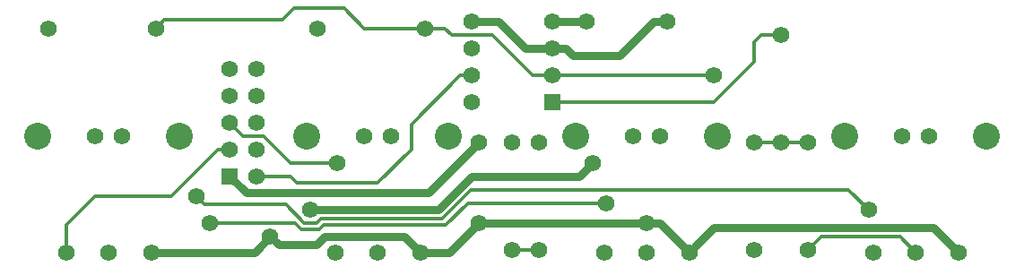
<source format=gbr>
G04 #@! TF.GenerationSoftware,KiCad,Pcbnew,(5.0.1)-3*
G04 #@! TF.CreationDate,2018-11-05T21:38:31-08:00*
G04 #@! TF.ProjectId,500-1138,3530302D313133382E6B696361645F70,rev?*
G04 #@! TF.SameCoordinates,Original*
G04 #@! TF.FileFunction,Copper,L1,Top,Signal*
G04 #@! TF.FilePolarity,Positive*
%FSLAX46Y46*%
G04 Gerber Fmt 4.6, Leading zero omitted, Abs format (unit mm)*
G04 Created by KiCad (PCBNEW (5.0.1)-3) date 11/5/2018 9:38:31 PM*
%MOMM*%
%LPD*%
G01*
G04 APERTURE LIST*
G04 #@! TA.AperFunction,ComponentPad*
%ADD10C,1.574800*%
G04 #@! TD*
G04 #@! TA.AperFunction,ComponentPad*
%ADD11R,1.574800X1.574800*%
G04 #@! TD*
G04 #@! TA.AperFunction,ComponentPad*
%ADD12C,2.540000*%
G04 #@! TD*
G04 #@! TA.AperFunction,ViaPad*
%ADD13C,1.574800*%
G04 #@! TD*
G04 #@! TA.AperFunction,Conductor*
%ADD14C,0.762000*%
G04 #@! TD*
G04 #@! TA.AperFunction,Conductor*
%ADD15C,0.304800*%
G04 #@! TD*
G04 APERTURE END LIST*
D10*
G04 #@! TO.P,R11,2*
G04 #@! TO.N,Net-(P1-Pad2)*
X190500000Y-102235000D03*
G04 #@! TO.P,R11,1*
G04 #@! TO.N,Net-(R10-Pad2)*
X190500000Y-112395000D03*
G04 #@! TD*
G04 #@! TO.P,R7,1*
G04 #@! TO.N,Net-(R3-Pad2)*
X213360000Y-112395000D03*
G04 #@! TO.P,R7,2*
G04 #@! TO.N,Net-(R5-Pad2)*
X213360000Y-102235000D03*
G04 #@! TD*
G04 #@! TO.P,C1,1*
G04 #@! TO.N,/V+*
X187325000Y-102235000D03*
G04 #@! TO.P,C1,2*
G04 #@! TO.N,GND*
X187325000Y-109855000D03*
G04 #@! TD*
D11*
G04 #@! TO.P,P1,1*
G04 #@! TO.N,/V+*
X163830000Y-105410000D03*
D10*
G04 #@! TO.P,P1,2*
G04 #@! TO.N,Net-(P1-Pad2)*
X166370000Y-105410000D03*
G04 #@! TO.P,P1,3*
G04 #@! TO.N,Net-(P1-Pad3)*
X163830000Y-102870000D03*
G04 #@! TO.P,P1,4*
G04 #@! TO.N,GND*
X166370000Y-102870000D03*
G04 #@! TO.P,P1,5*
G04 #@! TO.N,Net-(P1-Pad5)*
X163830000Y-100330000D03*
G04 #@! TO.P,P1,6*
G04 #@! TO.N,GND*
X166370000Y-100330000D03*
G04 #@! TO.P,P1,7*
G04 #@! TO.N,Net-(P1-Pad7)*
X163830000Y-97790000D03*
G04 #@! TO.P,P1,8*
G04 #@! TO.N,GND*
X166370000Y-97790000D03*
G04 #@! TO.P,P1,9*
G04 #@! TO.N,Net-(P1-Pad9)*
X163830000Y-95250000D03*
G04 #@! TO.P,P1,10*
G04 #@! TO.N,/V-*
X166370000Y-95250000D03*
G04 #@! TD*
D12*
G04 #@! TO.P,R1,*
G04 #@! TO.N,*
X145700000Y-101600000D03*
X159100000Y-101600000D03*
D10*
G04 #@! TO.P,R1,4*
G04 #@! TO.N,N/C*
X151130000Y-101600000D03*
G04 #@! TO.P,R1,5*
X153670000Y-101600000D03*
G04 #@! TO.P,R1,2*
G04 #@! TO.N,Net-(R1-Pad2)*
X152400000Y-112600000D03*
G04 #@! TO.P,R1,3*
G04 #@! TO.N,GND*
X156400000Y-112600000D03*
G04 #@! TO.P,R1,1*
G04 #@! TO.N,Net-(P1-Pad3)*
X148400000Y-112600000D03*
G04 #@! TD*
G04 #@! TO.P,R2,1*
G04 #@! TO.N,Net-(P1-Pad5)*
X173800000Y-112600000D03*
G04 #@! TO.P,R2,3*
G04 #@! TO.N,GND*
X181800000Y-112600000D03*
G04 #@! TO.P,R2,2*
G04 #@! TO.N,Net-(R2-Pad2)*
X177800000Y-112600000D03*
G04 #@! TO.P,R2,5*
G04 #@! TO.N,N/C*
X179070000Y-101600000D03*
G04 #@! TO.P,R2,4*
X176530000Y-101600000D03*
D12*
G04 #@! TO.P,R2,*
G04 #@! TO.N,*
X184500000Y-101600000D03*
X171100000Y-101600000D03*
G04 #@! TD*
G04 #@! TO.P,R3,*
G04 #@! TO.N,*
X196500000Y-101600000D03*
X209900000Y-101600000D03*
D10*
G04 #@! TO.P,R3,4*
G04 #@! TO.N,N/C*
X201930000Y-101600000D03*
G04 #@! TO.P,R3,5*
X204470000Y-101600000D03*
G04 #@! TO.P,R3,2*
G04 #@! TO.N,Net-(R3-Pad2)*
X203200000Y-112600000D03*
G04 #@! TO.P,R3,3*
G04 #@! TO.N,GND*
X207200000Y-112600000D03*
G04 #@! TO.P,R3,1*
G04 #@! TO.N,Net-(P1-Pad7)*
X199200000Y-112600000D03*
G04 #@! TD*
G04 #@! TO.P,R4,1*
G04 #@! TO.N,Net-(P1-Pad9)*
X224600000Y-112600000D03*
G04 #@! TO.P,R4,3*
G04 #@! TO.N,GND*
X232600000Y-112600000D03*
G04 #@! TO.P,R4,2*
G04 #@! TO.N,Net-(R4-Pad2)*
X228600000Y-112600000D03*
G04 #@! TO.P,R4,5*
G04 #@! TO.N,N/C*
X229870000Y-101600000D03*
G04 #@! TO.P,R4,4*
X227330000Y-101600000D03*
D12*
G04 #@! TO.P,R4,*
G04 #@! TO.N,*
X235300000Y-101600000D03*
X221900000Y-101600000D03*
G04 #@! TD*
D10*
G04 #@! TO.P,R5,1*
G04 #@! TO.N,Net-(R1-Pad2)*
X146685000Y-91440000D03*
G04 #@! TO.P,R5,2*
G04 #@! TO.N,Net-(R5-Pad2)*
X156845000Y-91440000D03*
G04 #@! TD*
G04 #@! TO.P,R6,2*
G04 #@! TO.N,Net-(R5-Pad2)*
X182245000Y-91440000D03*
G04 #@! TO.P,R6,1*
G04 #@! TO.N,Net-(R2-Pad2)*
X172085000Y-91440000D03*
G04 #@! TD*
G04 #@! TO.P,R8,2*
G04 #@! TO.N,Net-(R5-Pad2)*
X218440000Y-102235000D03*
G04 #@! TO.P,R8,1*
G04 #@! TO.N,Net-(R4-Pad2)*
X218440000Y-112395000D03*
G04 #@! TD*
G04 #@! TO.P,R9,1*
G04 #@! TO.N,Net-(R5-Pad2)*
X215900000Y-102235000D03*
G04 #@! TO.P,R9,2*
G04 #@! TO.N,Net-(R10-Pad1)*
X215900000Y-92075000D03*
G04 #@! TD*
G04 #@! TO.P,R10,1*
G04 #@! TO.N,Net-(R10-Pad1)*
X193040000Y-102235000D03*
G04 #@! TO.P,R10,2*
G04 #@! TO.N,Net-(R10-Pad2)*
X193040000Y-112395000D03*
G04 #@! TD*
D11*
G04 #@! TO.P,U1,1*
G04 #@! TO.N,Net-(R10-Pad1)*
X194310000Y-98425000D03*
D10*
G04 #@! TO.P,U1,2*
G04 #@! TO.N,Net-(R5-Pad2)*
X194310000Y-95885000D03*
G04 #@! TO.P,U1,3*
G04 #@! TO.N,GND*
X194310000Y-93345000D03*
G04 #@! TO.P,U1,4*
G04 #@! TO.N,/V-*
X194310000Y-90805000D03*
G04 #@! TO.P,U1,5*
G04 #@! TO.N,GND*
X186690000Y-90805000D03*
G04 #@! TO.P,U1,6*
G04 #@! TO.N,Net-(R10-Pad2)*
X186690000Y-93345000D03*
G04 #@! TO.P,U1,7*
G04 #@! TO.N,Net-(P1-Pad2)*
X186690000Y-95885000D03*
G04 #@! TO.P,U1,8*
G04 #@! TO.N,/V+*
X186690000Y-98425000D03*
G04 #@! TD*
G04 #@! TO.P,C2,1*
G04 #@! TO.N,/V-*
X197485000Y-90805000D03*
G04 #@! TO.P,C2,2*
G04 #@! TO.N,GND*
X205105000Y-90805000D03*
G04 #@! TD*
D13*
G04 #@! TO.N,GND*
X167640000Y-111125000D03*
X203200000Y-109855000D03*
G04 #@! TO.N,Net-(P1-Pad5)*
X173990000Y-104140000D03*
G04 #@! TO.N,Net-(P1-Pad7)*
X199390000Y-107950000D03*
X161925000Y-109855000D03*
G04 #@! TO.N,Net-(P1-Pad9)*
X224155000Y-108585000D03*
X160655000Y-107315000D03*
G04 #@! TO.N,Net-(R5-Pad2)*
X209550000Y-95885000D03*
G04 #@! TO.N,/V-*
X171450000Y-108585000D03*
X198120000Y-104140000D03*
G04 #@! TD*
D14*
G04 #@! TO.N,GND*
X156400000Y-112600000D02*
X166165000Y-112600000D01*
X166165000Y-112600000D02*
X167640000Y-111125000D01*
X184580000Y-112600000D02*
X187325000Y-109855000D01*
X181800000Y-112600000D02*
X184580000Y-112600000D01*
X207200000Y-112600000D02*
X204455000Y-109855000D01*
X232600000Y-112600000D02*
X230286789Y-110286789D01*
X230286789Y-110286789D02*
X209513211Y-110286789D01*
X207987399Y-111812601D02*
X207200000Y-112600000D01*
X209513211Y-110286789D02*
X207987399Y-111812601D01*
X205105000Y-90805000D02*
X203835000Y-90805000D01*
X203835000Y-90805000D02*
X200660000Y-93980000D01*
X200660000Y-93980000D02*
X196215000Y-93980000D01*
X195580000Y-93345000D02*
X194310000Y-93345000D01*
X196215000Y-93980000D02*
X195580000Y-93345000D01*
X191770000Y-93345000D02*
X194310000Y-93345000D01*
X186690000Y-90805000D02*
X189230000Y-90805000D01*
X189230000Y-90805000D02*
X191770000Y-93345000D01*
X204455000Y-109855000D02*
X203200000Y-109855000D01*
X203200000Y-109855000D02*
X187325000Y-109855000D01*
X172012139Y-111912399D02*
X172799538Y-111125000D01*
X172799538Y-111125000D02*
X180325000Y-111125000D01*
X167640000Y-111125000D02*
X168427399Y-111912399D01*
X180325000Y-111125000D02*
X181012601Y-111812601D01*
X181012601Y-111812601D02*
X181800000Y-112600000D01*
X168427399Y-111912399D02*
X172012139Y-111912399D01*
D15*
G04 #@! TO.N,Net-(P1-Pad2)*
X185576449Y-95885000D02*
X180975000Y-100486449D01*
X186690000Y-95885000D02*
X185576449Y-95885000D01*
X180975000Y-100486449D02*
X180975000Y-102870000D01*
X180975000Y-102870000D02*
X177800000Y-106045000D01*
X177800000Y-106045000D02*
X170180000Y-106045000D01*
X169545000Y-105410000D02*
X166370000Y-105410000D01*
X170180000Y-106045000D02*
X169545000Y-105410000D01*
G04 #@! TO.N,Net-(P1-Pad3)*
X148400000Y-110045000D02*
X148400000Y-112600000D01*
X151130000Y-107315000D02*
X148400000Y-110045000D01*
X158271449Y-107315000D02*
X151130000Y-107315000D01*
X163830000Y-102870000D02*
X162716449Y-102870000D01*
X162716449Y-102870000D02*
X158271449Y-107315000D01*
G04 #@! TO.N,Net-(P1-Pad5)*
X173990000Y-104140000D02*
X169545000Y-104140000D01*
X169545000Y-104140000D02*
X167005000Y-101600000D01*
X167005000Y-101600000D02*
X165100000Y-101600000D01*
X165100000Y-101600000D02*
X163830000Y-100330000D01*
G04 #@! TO.N,Net-(P1-Pad7)*
X163038551Y-109855000D02*
X161925000Y-109855000D01*
X184199298Y-110032822D02*
X172706308Y-110032822D01*
X186282120Y-107950000D02*
X184199298Y-110032822D01*
X172299918Y-110439212D02*
X170600081Y-110439211D01*
X172706308Y-110032822D02*
X172299918Y-110439212D01*
X170015870Y-109855000D02*
X163038551Y-109855000D01*
X170600081Y-110439211D02*
X170015870Y-109855000D01*
X199390000Y-107950000D02*
X186282120Y-107950000D01*
G04 #@! TO.N,Net-(P1-Pad9)*
X224155000Y-108585000D02*
X222250000Y-106680000D01*
X172453799Y-109423211D02*
X172047409Y-109829601D01*
X169125389Y-108102399D02*
X161442399Y-108102399D01*
X161442399Y-108102399D02*
X160655000Y-107315000D01*
X170852591Y-109829601D02*
X169125389Y-108102399D01*
X172047409Y-109829601D02*
X170852591Y-109829601D01*
X186605408Y-106680000D02*
X183862198Y-109423211D01*
X222250000Y-106680000D02*
X186605408Y-106680000D01*
X183862198Y-109423211D02*
X172453799Y-109423211D01*
G04 #@! TO.N,Net-(R4-Pad2)*
X218440000Y-112395000D02*
X219710000Y-111125000D01*
X227125000Y-111125000D02*
X228600000Y-112600000D01*
X219710000Y-111125000D02*
X227125000Y-111125000D01*
G04 #@! TO.N,Net-(R5-Pad2)*
X218440000Y-102235000D02*
X215900000Y-102235000D01*
X215900000Y-102235000D02*
X213360000Y-102235000D01*
X157632399Y-90652601D02*
X168757601Y-90652601D01*
X156845000Y-91440000D02*
X157632399Y-90652601D01*
X168757601Y-90652601D02*
X169875202Y-89535000D01*
X169875202Y-89535000D02*
X174625000Y-89535000D01*
X174625000Y-89535000D02*
X176530000Y-91440000D01*
X176530000Y-91440000D02*
X182245000Y-91440000D01*
X194310000Y-95885000D02*
X192405000Y-95885000D01*
X192405000Y-95885000D02*
X188595000Y-92075000D01*
X188595000Y-92075000D02*
X184785000Y-92075000D01*
X184785000Y-92075000D02*
X184150000Y-91440000D01*
X184150000Y-91440000D02*
X182245000Y-91440000D01*
X194310000Y-95885000D02*
X209550000Y-95885000D01*
G04 #@! TO.N,Net-(R10-Pad1)*
X213995000Y-92075000D02*
X215900000Y-92075000D01*
X213360000Y-92710000D02*
X213995000Y-92075000D01*
X213360000Y-94615000D02*
X213360000Y-92710000D01*
X194310000Y-98425000D02*
X209550000Y-98425000D01*
X209550000Y-98425000D02*
X213360000Y-94615000D01*
G04 #@! TO.N,Net-(R10-Pad2)*
X193040000Y-112395000D02*
X190500000Y-112395000D01*
D14*
G04 #@! TO.N,/V+*
X186537601Y-103022399D02*
X187325000Y-102235000D01*
X163830000Y-105410000D02*
X165379400Y-106959400D01*
X182600600Y-106959400D02*
X186537601Y-103022399D01*
X165379400Y-106959400D02*
X182600600Y-106959400D01*
G04 #@! TO.N,/V-*
X197485000Y-90805000D02*
X194310000Y-90805000D01*
X171450000Y-108585000D02*
X182880000Y-108585000D01*
X182880000Y-108585000D02*
X183515000Y-108585000D01*
X183515000Y-108585000D02*
X186690000Y-105410000D01*
X186690000Y-105410000D02*
X196850000Y-105410000D01*
X196850000Y-105410000D02*
X198120000Y-104140000D01*
G04 #@! TD*
M02*

</source>
